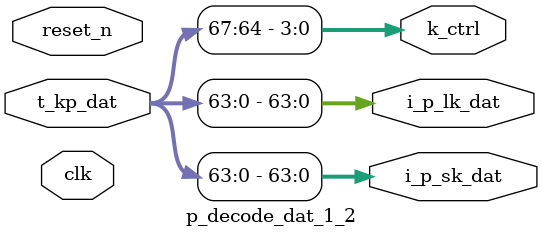
<source format=v>

module p_decode_dat_1_2 (
    input [67:0] t_kp_dat,
    output wire [63:0] 	i_p_sk_dat,
    output wire [63:0] 	i_p_lk_dat,
    output wire [3:0] 			k_ctrl,
    input 						clk, reset_n
);

   assign i_p_sk_dat=t_kp_dat[63:0];
   assign i_p_lk_dat=t_kp_dat[63:0];

   assign k_ctrl=t_kp_dat[67:64];

endmodule

</source>
